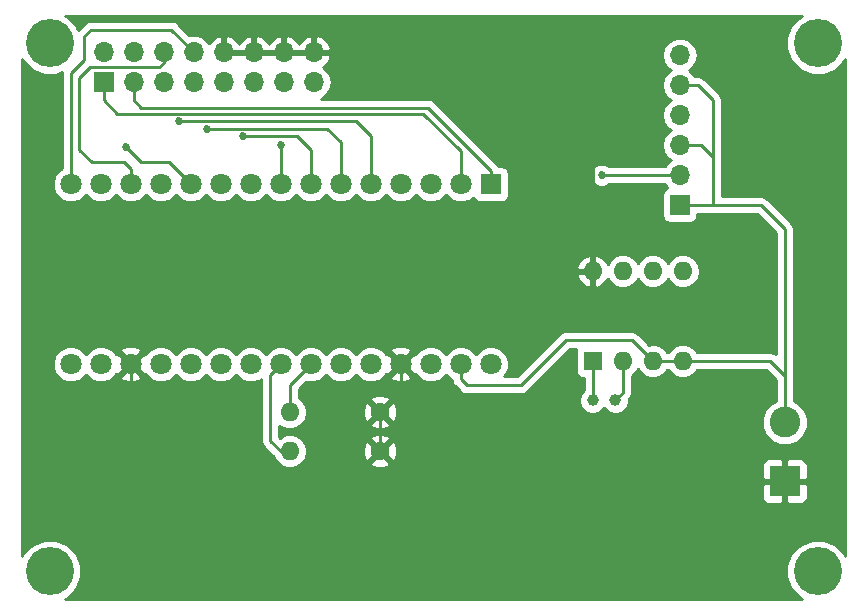
<source format=gtl>
G04 #@! TF.GenerationSoftware,KiCad,Pcbnew,5.0.2-bee76a0~70~ubuntu16.04.1*
G04 #@! TF.CreationDate,2019-05-11T19:32:04-04:00*
G04 #@! TF.ProjectId,ControllerBoard,436f6e74-726f-46c6-9c65-72426f617264,rev?*
G04 #@! TF.SameCoordinates,Original*
G04 #@! TF.FileFunction,Copper,L1,Top*
G04 #@! TF.FilePolarity,Positive*
%FSLAX46Y46*%
G04 Gerber Fmt 4.6, Leading zero omitted, Abs format (unit mm)*
G04 Created by KiCad (PCBNEW 5.0.2-bee76a0~70~ubuntu16.04.1) date Sat 11 May 2019 07:32:04 PM EDT*
%MOMM*%
%LPD*%
G01*
G04 APERTURE LIST*
G04 #@! TA.AperFunction,ComponentPad*
%ADD10R,2.600000X2.600000*%
G04 #@! TD*
G04 #@! TA.AperFunction,ComponentPad*
%ADD11C,2.600000*%
G04 #@! TD*
G04 #@! TA.AperFunction,ComponentPad*
%ADD12O,1.700000X1.700000*%
G04 #@! TD*
G04 #@! TA.AperFunction,ComponentPad*
%ADD13R,1.700000X1.700000*%
G04 #@! TD*
G04 #@! TA.AperFunction,ComponentPad*
%ADD14O,1.600000X1.600000*%
G04 #@! TD*
G04 #@! TA.AperFunction,ComponentPad*
%ADD15C,1.600000*%
G04 #@! TD*
G04 #@! TA.AperFunction,ComponentPad*
%ADD16R,1.800000X1.800000*%
G04 #@! TD*
G04 #@! TA.AperFunction,ComponentPad*
%ADD17C,1.800000*%
G04 #@! TD*
G04 #@! TA.AperFunction,ComponentPad*
%ADD18R,1.600000X1.600000*%
G04 #@! TD*
G04 #@! TA.AperFunction,ComponentPad*
%ADD19C,1.000000*%
G04 #@! TD*
G04 #@! TA.AperFunction,ComponentPad*
%ADD20C,4.064000*%
G04 #@! TD*
G04 #@! TA.AperFunction,ViaPad*
%ADD21C,0.685800*%
G04 #@! TD*
G04 #@! TA.AperFunction,Conductor*
%ADD22C,0.254000*%
G04 #@! TD*
G04 APERTURE END LIST*
D10*
G04 #@! TO.P,J1,1*
G04 #@! TO.N,VCC*
X116078000Y-90932000D03*
D11*
G04 #@! TO.P,J1,2*
G04 #@! TO.N,GND*
X116078000Y-85932000D03*
G04 #@! TD*
D12*
G04 #@! TO.P,J2,6*
G04 #@! TO.N,/SW1*
X107188000Y-54864000D03*
G04 #@! TO.P,J2,5*
G04 #@! TO.N,GND*
X107188000Y-57404000D03*
G04 #@! TO.P,J2,4*
G04 #@! TO.N,/SW2*
X107188000Y-59944000D03*
G04 #@! TO.P,J2,3*
G04 #@! TO.N,GND*
X107188000Y-62484000D03*
G04 #@! TO.P,J2,2*
G04 #@! TO.N,/SW3*
X107188000Y-65024000D03*
D13*
G04 #@! TO.P,J2,1*
G04 #@! TO.N,GND*
X107188000Y-67564000D03*
G04 #@! TD*
D12*
G04 #@! TO.P,J3,16*
G04 #@! TO.N,VCC*
X76200000Y-54610000D03*
G04 #@! TO.P,J3,15*
G04 #@! TO.N,/D7*
X76200000Y-57150000D03*
G04 #@! TO.P,J3,14*
G04 #@! TO.N,VCC*
X73660000Y-54610000D03*
G04 #@! TO.P,J3,13*
G04 #@! TO.N,/D6*
X73660000Y-57150000D03*
G04 #@! TO.P,J3,12*
G04 #@! TO.N,VCC*
X71120000Y-54610000D03*
G04 #@! TO.P,J3,11*
G04 #@! TO.N,/D5*
X71120000Y-57150000D03*
G04 #@! TO.P,J3,10*
G04 #@! TO.N,VCC*
X68580000Y-54610000D03*
G04 #@! TO.P,J3,9*
G04 #@! TO.N,/D4*
X68580000Y-57150000D03*
G04 #@! TO.P,J3,8*
G04 #@! TO.N,/AN3*
X66040000Y-54610000D03*
G04 #@! TO.P,J3,7*
G04 #@! TO.N,/D3*
X66040000Y-57150000D03*
G04 #@! TO.P,J3,6*
G04 #@! TO.N,/AN2*
X63500000Y-54610000D03*
G04 #@! TO.P,J3,5*
G04 #@! TO.N,/D2*
X63500000Y-57150000D03*
G04 #@! TO.P,J3,4*
G04 #@! TO.N,/AN1*
X60960000Y-54610000D03*
G04 #@! TO.P,J3,3*
G04 #@! TO.N,/D1*
X60960000Y-57150000D03*
G04 #@! TO.P,J3,2*
G04 #@! TO.N,/AN0*
X58420000Y-54610000D03*
D13*
G04 #@! TO.P,J3,1*
G04 #@! TO.N,/D0*
X58420000Y-57150000D03*
G04 #@! TD*
D14*
G04 #@! TO.P,R1,2*
G04 #@! TO.N,/SCL*
X74168000Y-85090000D03*
D15*
G04 #@! TO.P,R1,1*
G04 #@! TO.N,VCC*
X81788000Y-85090000D03*
G04 #@! TD*
G04 #@! TO.P,R2,1*
G04 #@! TO.N,VCC*
X81788000Y-88392000D03*
D14*
G04 #@! TO.P,R2,2*
G04 #@! TO.N,/SDA*
X74168000Y-88392000D03*
G04 #@! TD*
D16*
G04 #@! TO.P,TB1,1*
G04 #@! TO.N,/D1*
X91186000Y-65786000D03*
D17*
G04 #@! TO.P,TB1,2*
G04 #@! TO.N,/D0*
X88646000Y-65786000D03*
G04 #@! TO.P,TB1,3*
G04 #@! TO.N,Net-(TB1-Pad28)*
X86106000Y-65786000D03*
G04 #@! TO.P,TB1,4*
G04 #@! TO.N,GND*
X83566000Y-65786000D03*
G04 #@! TO.P,TB1,5*
G04 #@! TO.N,/D2*
X81026000Y-65786000D03*
G04 #@! TO.P,TB1,6*
G04 #@! TO.N,/D3*
X78486000Y-65786000D03*
G04 #@! TO.P,TB1,7*
G04 #@! TO.N,/D4*
X75946000Y-65786000D03*
G04 #@! TO.P,TB1,8*
G04 #@! TO.N,/D5*
X73406000Y-65786000D03*
G04 #@! TO.P,TB1,9*
G04 #@! TO.N,/D6*
X70866000Y-65786000D03*
G04 #@! TO.P,TB1,10*
G04 #@! TO.N,/D7*
X68326000Y-65786000D03*
G04 #@! TO.P,TB1,11*
G04 #@! TO.N,/AN0*
X65786000Y-65786000D03*
G04 #@! TO.P,TB1,12*
G04 #@! TO.N,/AN1*
X63246000Y-65786000D03*
G04 #@! TO.P,TB1,13*
G04 #@! TO.N,/AN2*
X60706000Y-65786000D03*
G04 #@! TO.P,TB1,14*
G04 #@! TO.N,/SW1*
X58166000Y-65786000D03*
G04 #@! TO.P,TB1,15*
G04 #@! TO.N,/AN3*
X55626000Y-65786000D03*
G04 #@! TO.P,TB1,16*
G04 #@! TO.N,Net-(TB1-Pad16)*
X55626000Y-81026000D03*
G04 #@! TO.P,TB1,17*
G04 #@! TO.N,Net-(TB1-Pad17)*
X58166000Y-81026000D03*
G04 #@! TO.P,TB1,18*
G04 #@! TO.N,VCC*
X60706000Y-81026000D03*
G04 #@! TO.P,TB1,19*
G04 #@! TO.N,/SW3*
X63246000Y-81026000D03*
G04 #@! TO.P,TB1,20*
G04 #@! TO.N,/SW2*
X65786000Y-81026000D03*
G04 #@! TO.P,TB1,21*
G04 #@! TO.N,Net-(TB1-Pad21)*
X68326000Y-81026000D03*
G04 #@! TO.P,TB1,22*
G04 #@! TO.N,Net-(TB1-Pad22)*
X70866000Y-81026000D03*
G04 #@! TO.P,TB1,23*
G04 #@! TO.N,/SDA*
X73406000Y-81026000D03*
G04 #@! TO.P,TB1,24*
G04 #@! TO.N,/SCL*
X75946000Y-81026000D03*
G04 #@! TO.P,TB1,25*
G04 #@! TO.N,Net-(TB1-Pad25)*
X78486000Y-81026000D03*
G04 #@! TO.P,TB1,26*
G04 #@! TO.N,Net-(TB1-Pad26)*
X81026000Y-81026000D03*
G04 #@! TO.P,TB1,27*
G04 #@! TO.N,VCC*
X83566000Y-81026000D03*
G04 #@! TO.P,TB1,28*
G04 #@! TO.N,Net-(TB1-Pad28)*
X86106000Y-81026000D03*
G04 #@! TO.P,TB1,29*
G04 #@! TO.N,GND*
X88646000Y-81026000D03*
G04 #@! TO.P,TB1,30*
G04 #@! TO.N,Net-(TB1-Pad30)*
X91186000Y-81026000D03*
G04 #@! TD*
D14*
G04 #@! TO.P,U1,8*
G04 #@! TO.N,VCC*
X99822000Y-73152000D03*
G04 #@! TO.P,U1,4*
G04 #@! TO.N,GND*
X107442000Y-80772000D03*
G04 #@! TO.P,U1,7*
G04 #@! TO.N,Net-(U1-Pad7)*
X102362000Y-73152000D03*
G04 #@! TO.P,U1,3*
G04 #@! TO.N,GND*
X104902000Y-80772000D03*
G04 #@! TO.P,U1,6*
G04 #@! TO.N,/SCL*
X104902000Y-73152000D03*
G04 #@! TO.P,U1,2*
G04 #@! TO.N,Net-(U1-Pad2)*
X102362000Y-80772000D03*
G04 #@! TO.P,U1,5*
G04 #@! TO.N,/SDA*
X107442000Y-73152000D03*
D18*
G04 #@! TO.P,U1,1*
G04 #@! TO.N,Net-(U1-Pad1)*
X99822000Y-80772000D03*
G04 #@! TD*
D19*
G04 #@! TO.P,Y1,2*
G04 #@! TO.N,Net-(U1-Pad2)*
X101722000Y-84074000D03*
G04 #@! TO.P,Y1,1*
G04 #@! TO.N,Net-(U1-Pad1)*
X99822000Y-84074000D03*
G04 #@! TD*
D20*
G04 #@! TO.P,REF\002A\002A,1*
G04 #@! TO.N,N/C*
X53848000Y-53848000D03*
G04 #@! TD*
G04 #@! TO.P,REF\002A\002A,1*
G04 #@! TO.N,N/C*
X118872000Y-53848000D03*
G04 #@! TD*
G04 #@! TO.P,REF\002A\002A,1*
G04 #@! TO.N,N/C*
X53848000Y-98552000D03*
G04 #@! TD*
G04 #@! TO.P,REF\002A\002A,1*
G04 #@! TO.N,N/C*
X118872000Y-98552000D03*
G04 #@! TD*
D21*
G04 #@! TO.N,/SW3*
X100584000Y-65024000D03*
G04 #@! TO.N,/D5*
X73406000Y-62484000D03*
G04 #@! TO.N,/D4*
X70231000Y-61709300D03*
G04 #@! TO.N,/D3*
X67183000Y-61087000D03*
G04 #@! TO.N,/D2*
X64770000Y-60439300D03*
G04 #@! TO.N,/AN0*
X60261500Y-62611000D03*
G04 #@! TD*
D22*
G04 #@! TO.N,VCC*
X116078000Y-92486000D02*
X112044000Y-96520000D01*
X116078000Y-90932000D02*
X116078000Y-92486000D01*
X89916000Y-96520000D02*
X81788000Y-88392000D01*
X112044000Y-96520000D02*
X89916000Y-96520000D01*
X81788000Y-88392000D02*
X81788000Y-85090000D01*
X83566000Y-83312000D02*
X83566000Y-81026000D01*
X81788000Y-85090000D02*
X83566000Y-83312000D01*
X91440000Y-73152000D02*
X99822000Y-73152000D01*
X83566000Y-81026000D02*
X91440000Y-73152000D01*
X98298000Y-54610000D02*
X76200000Y-54610000D01*
X99822000Y-56134000D02*
X98298000Y-54610000D01*
X99822000Y-73152000D02*
X99822000Y-56134000D01*
X74997919Y-54610000D02*
X73660000Y-54610000D01*
X76200000Y-54610000D02*
X74997919Y-54610000D01*
X72457919Y-54610000D02*
X71120000Y-54610000D01*
X73660000Y-54610000D02*
X72457919Y-54610000D01*
X69917919Y-54610000D02*
X68580000Y-54610000D01*
X71120000Y-54610000D02*
X69917919Y-54610000D01*
X60706000Y-83820000D02*
X60706000Y-81026000D01*
X67564000Y-90678000D02*
X60706000Y-83820000D01*
X79502000Y-90678000D02*
X67564000Y-90678000D01*
X81788000Y-88392000D02*
X79502000Y-90678000D01*
G04 #@! TO.N,GND*
X116078000Y-82042000D02*
X114808000Y-80772000D01*
X114808000Y-80772000D02*
X107442000Y-80772000D01*
X116078000Y-85932000D02*
X116078000Y-82042000D01*
X106310630Y-80772000D02*
X104902000Y-80772000D01*
X107442000Y-80772000D02*
X106310630Y-80772000D01*
X88646000Y-82298792D02*
X88646000Y-81026000D01*
X89151208Y-82804000D02*
X88646000Y-82298792D01*
X104902000Y-80772000D02*
X103124000Y-78994000D01*
X103124000Y-78994000D02*
X97536000Y-78994000D01*
X97536000Y-78994000D02*
X93726000Y-82804000D01*
X93726000Y-82804000D02*
X89151208Y-82804000D01*
X116078000Y-69596000D02*
X114046000Y-67564000D01*
X116078000Y-82042000D02*
X116078000Y-69596000D01*
X114046000Y-67564000D02*
X109982000Y-67564000D01*
X109982000Y-67564000D02*
X107188000Y-67564000D01*
X108712000Y-57404000D02*
X107188000Y-57404000D01*
X109982000Y-58674000D02*
X108712000Y-57404000D01*
X108966000Y-62484000D02*
X109982000Y-63500000D01*
X107188000Y-62484000D02*
X108966000Y-62484000D01*
X109982000Y-63500000D02*
X109982000Y-58674000D01*
X109982000Y-67564000D02*
X109982000Y-63500000D01*
G04 #@! TO.N,/SW3*
X100584000Y-65024000D02*
X107188000Y-65024000D01*
G04 #@! TO.N,/D5*
X73406000Y-65786000D02*
X73406000Y-62484000D01*
G04 #@! TO.N,/D4*
X75946000Y-65786000D02*
X75946000Y-64513208D01*
X75946000Y-64513208D02*
X75946000Y-62865000D01*
X74790300Y-61709300D02*
X70231000Y-61709300D01*
X75946000Y-62865000D02*
X74790300Y-61709300D01*
G04 #@! TO.N,/AN3*
X64135000Y-52705000D02*
X66040000Y-54610000D01*
X57340500Y-52705000D02*
X64135000Y-52705000D01*
X56769000Y-55245000D02*
X56769000Y-53276500D01*
X55626000Y-56388000D02*
X56769000Y-55245000D01*
X55626000Y-65786000D02*
X55626000Y-56388000D01*
X56769000Y-53276500D02*
X57340500Y-52705000D01*
G04 #@! TO.N,/D3*
X78486000Y-65786000D02*
X78486000Y-64513208D01*
X78486000Y-64513208D02*
X78486000Y-62230000D01*
X77343000Y-61087000D02*
X67183000Y-61087000D01*
X78486000Y-62230000D02*
X77343000Y-61087000D01*
G04 #@! TO.N,/AN2*
X63119000Y-55880000D02*
X63500000Y-55499000D01*
X56324500Y-56832500D02*
X57277000Y-55880000D01*
X56324500Y-62865000D02*
X56324500Y-56832500D01*
X57277000Y-55880000D02*
X63119000Y-55880000D01*
X60706000Y-65786000D02*
X60706000Y-64513208D01*
X60706000Y-64513208D02*
X60137292Y-63944500D01*
X63500000Y-55499000D02*
X63500000Y-54610000D01*
X60137292Y-63944500D02*
X57404000Y-63944500D01*
X57404000Y-63944500D02*
X56324500Y-62865000D01*
G04 #@! TO.N,/D2*
X81026000Y-65786000D02*
X81026000Y-64513208D01*
X81026000Y-64513208D02*
X81026000Y-61722000D01*
X79743300Y-60439300D02*
X64770000Y-60439300D01*
X81026000Y-61722000D02*
X79743300Y-60439300D01*
G04 #@! TO.N,/D1*
X91186000Y-65786000D02*
X91186000Y-64632000D01*
X91186000Y-64632000D02*
X85863000Y-59309000D01*
X85863000Y-59309000D02*
X61595000Y-59309000D01*
X60960000Y-58674000D02*
X60960000Y-57150000D01*
X61595000Y-59309000D02*
X60960000Y-58674000D01*
G04 #@! TO.N,/AN0*
X65786000Y-65786000D02*
X63944500Y-63944500D01*
X61595000Y-63944500D02*
X60261500Y-62611000D01*
X63944500Y-63944500D02*
X61595000Y-63944500D01*
G04 #@! TO.N,/D0*
X58420000Y-58674000D02*
X58420000Y-57150000D01*
X88646000Y-65786000D02*
X88646000Y-62992000D01*
X59563000Y-59817000D02*
X58420000Y-58674000D01*
X88646000Y-62992000D02*
X85471000Y-59817000D01*
X85471000Y-59817000D02*
X59563000Y-59817000D01*
G04 #@! TO.N,/SCL*
X74168000Y-82804000D02*
X74168000Y-85090000D01*
X75946000Y-81026000D02*
X74168000Y-82804000D01*
G04 #@! TO.N,/SDA*
X73406000Y-88392000D02*
X74168000Y-88392000D01*
X72506001Y-87492001D02*
X73406000Y-88392000D01*
X72506001Y-81925999D02*
X72506001Y-87492001D01*
X73406000Y-81026000D02*
X72506001Y-81925999D01*
G04 #@! TO.N,Net-(U1-Pad1)*
X99822000Y-81826000D02*
X99822000Y-84074000D01*
X99822000Y-80772000D02*
X99822000Y-81826000D01*
G04 #@! TO.N,Net-(U1-Pad2)*
X102362000Y-83434000D02*
X101722000Y-84074000D01*
X102362000Y-80772000D02*
X102362000Y-83434000D01*
G04 #@! TD*
G04 #@! TO.N,VCC*
G36*
X117361266Y-51587026D02*
X116611026Y-52337266D01*
X116205000Y-53317501D01*
X116205000Y-54378499D01*
X116611026Y-55358734D01*
X117361266Y-56108974D01*
X118341501Y-56515000D01*
X119402499Y-56515000D01*
X120382734Y-56108974D01*
X121132974Y-55358734D01*
X121210000Y-55172776D01*
X121210001Y-97227226D01*
X121132974Y-97041266D01*
X120382734Y-96291026D01*
X119402499Y-95885000D01*
X118341501Y-95885000D01*
X117361266Y-96291026D01*
X116611026Y-97041266D01*
X116205000Y-98021501D01*
X116205000Y-99082499D01*
X116611026Y-100062734D01*
X117361266Y-100812974D01*
X117547224Y-100890000D01*
X55172776Y-100890000D01*
X55358734Y-100812974D01*
X56108974Y-100062734D01*
X56515000Y-99082499D01*
X56515000Y-98021501D01*
X56108974Y-97041266D01*
X55358734Y-96291026D01*
X54378499Y-95885000D01*
X53317501Y-95885000D01*
X52337266Y-96291026D01*
X51587026Y-97041266D01*
X51510000Y-97227224D01*
X51510000Y-91217750D01*
X114143000Y-91217750D01*
X114143000Y-92358309D01*
X114239673Y-92591698D01*
X114418301Y-92770327D01*
X114651690Y-92867000D01*
X115792250Y-92867000D01*
X115951000Y-92708250D01*
X115951000Y-91059000D01*
X116205000Y-91059000D01*
X116205000Y-92708250D01*
X116363750Y-92867000D01*
X117504310Y-92867000D01*
X117737699Y-92770327D01*
X117916327Y-92591698D01*
X118013000Y-92358309D01*
X118013000Y-91217750D01*
X117854250Y-91059000D01*
X116205000Y-91059000D01*
X115951000Y-91059000D01*
X114301750Y-91059000D01*
X114143000Y-91217750D01*
X51510000Y-91217750D01*
X51510000Y-80720670D01*
X54091000Y-80720670D01*
X54091000Y-81331330D01*
X54324690Y-81895507D01*
X54756493Y-82327310D01*
X55320670Y-82561000D01*
X55931330Y-82561000D01*
X56495507Y-82327310D01*
X56896000Y-81926817D01*
X57296493Y-82327310D01*
X57860670Y-82561000D01*
X58471330Y-82561000D01*
X59035507Y-82327310D01*
X59256658Y-82106159D01*
X59805446Y-82106159D01*
X59891852Y-82362643D01*
X60465336Y-82572458D01*
X61075460Y-82546839D01*
X61520148Y-82362643D01*
X61606554Y-82106159D01*
X60706000Y-81205605D01*
X59805446Y-82106159D01*
X59256658Y-82106159D01*
X59467310Y-81895507D01*
X59475438Y-81875885D01*
X59625841Y-81926554D01*
X60526395Y-81026000D01*
X60885605Y-81026000D01*
X61786159Y-81926554D01*
X61936562Y-81875885D01*
X61944690Y-81895507D01*
X62376493Y-82327310D01*
X62940670Y-82561000D01*
X63551330Y-82561000D01*
X64115507Y-82327310D01*
X64516000Y-81926817D01*
X64916493Y-82327310D01*
X65480670Y-82561000D01*
X66091330Y-82561000D01*
X66655507Y-82327310D01*
X67056000Y-81926817D01*
X67456493Y-82327310D01*
X68020670Y-82561000D01*
X68631330Y-82561000D01*
X69195507Y-82327310D01*
X69596000Y-81926817D01*
X69996493Y-82327310D01*
X70560670Y-82561000D01*
X71171330Y-82561000D01*
X71735507Y-82327310D01*
X71744001Y-82318816D01*
X71744002Y-87416953D01*
X71729074Y-87492001D01*
X71744002Y-87567049D01*
X71788214Y-87789318D01*
X71956631Y-88041372D01*
X72020252Y-88083882D01*
X72798378Y-88862009D01*
X72816260Y-88951909D01*
X73133423Y-89426577D01*
X73608091Y-89743740D01*
X74026667Y-89827000D01*
X74309333Y-89827000D01*
X74727909Y-89743740D01*
X75202577Y-89426577D01*
X75220505Y-89399745D01*
X80959861Y-89399745D01*
X81033995Y-89645864D01*
X81571223Y-89838965D01*
X82141454Y-89811778D01*
X82542005Y-89645864D01*
X82584226Y-89505691D01*
X114143000Y-89505691D01*
X114143000Y-90646250D01*
X114301750Y-90805000D01*
X115951000Y-90805000D01*
X115951000Y-89155750D01*
X116205000Y-89155750D01*
X116205000Y-90805000D01*
X117854250Y-90805000D01*
X118013000Y-90646250D01*
X118013000Y-89505691D01*
X117916327Y-89272302D01*
X117737699Y-89093673D01*
X117504310Y-88997000D01*
X116363750Y-88997000D01*
X116205000Y-89155750D01*
X115951000Y-89155750D01*
X115792250Y-88997000D01*
X114651690Y-88997000D01*
X114418301Y-89093673D01*
X114239673Y-89272302D01*
X114143000Y-89505691D01*
X82584226Y-89505691D01*
X82616139Y-89399745D01*
X81788000Y-88571605D01*
X80959861Y-89399745D01*
X75220505Y-89399745D01*
X75519740Y-88951909D01*
X75631113Y-88392000D01*
X75587994Y-88175223D01*
X80341035Y-88175223D01*
X80368222Y-88745454D01*
X80534136Y-89146005D01*
X80780255Y-89220139D01*
X81608395Y-88392000D01*
X81967605Y-88392000D01*
X82795745Y-89220139D01*
X83041864Y-89146005D01*
X83234965Y-88608777D01*
X83207778Y-88038546D01*
X83041864Y-87637995D01*
X82795745Y-87563861D01*
X81967605Y-88392000D01*
X81608395Y-88392000D01*
X80780255Y-87563861D01*
X80534136Y-87637995D01*
X80341035Y-88175223D01*
X75587994Y-88175223D01*
X75519740Y-87832091D01*
X75220506Y-87384255D01*
X80959861Y-87384255D01*
X81788000Y-88212395D01*
X82616139Y-87384255D01*
X82542005Y-87138136D01*
X82004777Y-86945035D01*
X81434546Y-86972222D01*
X81033995Y-87138136D01*
X80959861Y-87384255D01*
X75220506Y-87384255D01*
X75202577Y-87357423D01*
X74727909Y-87040260D01*
X74309333Y-86957000D01*
X74026667Y-86957000D01*
X73608091Y-87040260D01*
X73322630Y-87230999D01*
X73268001Y-87176371D01*
X73268001Y-86214499D01*
X73608091Y-86441740D01*
X74026667Y-86525000D01*
X74309333Y-86525000D01*
X74727909Y-86441740D01*
X75202577Y-86124577D01*
X75220505Y-86097745D01*
X80959861Y-86097745D01*
X81033995Y-86343864D01*
X81571223Y-86536965D01*
X82141454Y-86509778D01*
X82542005Y-86343864D01*
X82616139Y-86097745D01*
X81788000Y-85269605D01*
X80959861Y-86097745D01*
X75220505Y-86097745D01*
X75519740Y-85649909D01*
X75631113Y-85090000D01*
X75587994Y-84873223D01*
X80341035Y-84873223D01*
X80368222Y-85443454D01*
X80534136Y-85844005D01*
X80780255Y-85918139D01*
X81608395Y-85090000D01*
X81967605Y-85090000D01*
X82795745Y-85918139D01*
X83041864Y-85844005D01*
X83234965Y-85306777D01*
X83207778Y-84736546D01*
X83041864Y-84335995D01*
X82795745Y-84261861D01*
X81967605Y-85090000D01*
X81608395Y-85090000D01*
X80780255Y-84261861D01*
X80534136Y-84335995D01*
X80341035Y-84873223D01*
X75587994Y-84873223D01*
X75519740Y-84530091D01*
X75220506Y-84082255D01*
X80959861Y-84082255D01*
X81788000Y-84910395D01*
X82616139Y-84082255D01*
X82542005Y-83836136D01*
X82004777Y-83643035D01*
X81434546Y-83670222D01*
X81033995Y-83836136D01*
X80959861Y-84082255D01*
X75220506Y-84082255D01*
X75202577Y-84055423D01*
X74930000Y-83873293D01*
X74930000Y-83119630D01*
X75533162Y-82516469D01*
X75640670Y-82561000D01*
X76251330Y-82561000D01*
X76815507Y-82327310D01*
X77216000Y-81926817D01*
X77616493Y-82327310D01*
X78180670Y-82561000D01*
X78791330Y-82561000D01*
X79355507Y-82327310D01*
X79756000Y-81926817D01*
X80156493Y-82327310D01*
X80720670Y-82561000D01*
X81331330Y-82561000D01*
X81895507Y-82327310D01*
X82116658Y-82106159D01*
X82665446Y-82106159D01*
X82751852Y-82362643D01*
X83325336Y-82572458D01*
X83935460Y-82546839D01*
X84380148Y-82362643D01*
X84466554Y-82106159D01*
X83566000Y-81205605D01*
X82665446Y-82106159D01*
X82116658Y-82106159D01*
X82327310Y-81895507D01*
X82335438Y-81875885D01*
X82485841Y-81926554D01*
X83386395Y-81026000D01*
X83745605Y-81026000D01*
X84646159Y-81926554D01*
X84796562Y-81875885D01*
X84804690Y-81895507D01*
X85236493Y-82327310D01*
X85800670Y-82561000D01*
X86411330Y-82561000D01*
X86975507Y-82327310D01*
X87376000Y-81926817D01*
X87776493Y-82327310D01*
X87883568Y-82371662D01*
X87884000Y-82373835D01*
X87884000Y-82373839D01*
X87928212Y-82596108D01*
X88096629Y-82848163D01*
X88160253Y-82890675D01*
X88559326Y-83289749D01*
X88601837Y-83353371D01*
X88853891Y-83521788D01*
X89076160Y-83566000D01*
X89076164Y-83566000D01*
X89151207Y-83580927D01*
X89226250Y-83566000D01*
X93650957Y-83566000D01*
X93726000Y-83580927D01*
X93801043Y-83566000D01*
X93801048Y-83566000D01*
X94023317Y-83521788D01*
X94275371Y-83353371D01*
X94317883Y-83289747D01*
X97851631Y-79756000D01*
X98417525Y-79756000D01*
X98374560Y-79972000D01*
X98374560Y-81572000D01*
X98423843Y-81819765D01*
X98564191Y-82029809D01*
X98774235Y-82170157D01*
X99022000Y-82219440D01*
X99060000Y-82219440D01*
X99060001Y-83230866D01*
X98859793Y-83431074D01*
X98687000Y-83848234D01*
X98687000Y-84299766D01*
X98859793Y-84716926D01*
X99179074Y-85036207D01*
X99596234Y-85209000D01*
X100047766Y-85209000D01*
X100464926Y-85036207D01*
X100772000Y-84729133D01*
X101079074Y-85036207D01*
X101496234Y-85209000D01*
X101947766Y-85209000D01*
X102364926Y-85036207D01*
X102684207Y-84716926D01*
X102857000Y-84299766D01*
X102857000Y-84019701D01*
X102911371Y-83983371D01*
X103079788Y-83731317D01*
X103124000Y-83509048D01*
X103124000Y-83509047D01*
X103138928Y-83434000D01*
X103124000Y-83358953D01*
X103124000Y-81988707D01*
X103396577Y-81806577D01*
X103632000Y-81454242D01*
X103867423Y-81806577D01*
X104342091Y-82123740D01*
X104760667Y-82207000D01*
X105043333Y-82207000D01*
X105461909Y-82123740D01*
X105936577Y-81806577D01*
X106118707Y-81534000D01*
X106225293Y-81534000D01*
X106407423Y-81806577D01*
X106882091Y-82123740D01*
X107300667Y-82207000D01*
X107583333Y-82207000D01*
X108001909Y-82123740D01*
X108476577Y-81806577D01*
X108658707Y-81534000D01*
X114492370Y-81534000D01*
X115316001Y-82357632D01*
X115316000Y-84153201D01*
X114981910Y-84291586D01*
X114437586Y-84835910D01*
X114143000Y-85547105D01*
X114143000Y-86316895D01*
X114437586Y-87028090D01*
X114981910Y-87572414D01*
X115693105Y-87867000D01*
X116462895Y-87867000D01*
X117174090Y-87572414D01*
X117718414Y-87028090D01*
X118013000Y-86316895D01*
X118013000Y-85547105D01*
X117718414Y-84835910D01*
X117174090Y-84291586D01*
X116840000Y-84153202D01*
X116840000Y-82117042D01*
X116854927Y-82041999D01*
X116840000Y-81966956D01*
X116840000Y-69671043D01*
X116854927Y-69596000D01*
X116840000Y-69520957D01*
X116840000Y-69520952D01*
X116795788Y-69298683D01*
X116627371Y-69046629D01*
X116563749Y-69004118D01*
X114637883Y-67078253D01*
X114595371Y-67014629D01*
X114343317Y-66846212D01*
X114121048Y-66802000D01*
X114121043Y-66802000D01*
X114046000Y-66787073D01*
X113970957Y-66802000D01*
X110744000Y-66802000D01*
X110744000Y-63575043D01*
X110758927Y-63500000D01*
X110744000Y-63424957D01*
X110744000Y-58749042D01*
X110758927Y-58673999D01*
X110744000Y-58598956D01*
X110744000Y-58598952D01*
X110699788Y-58376683D01*
X110595514Y-58220625D01*
X110573882Y-58188251D01*
X110531371Y-58124629D01*
X110467749Y-58082118D01*
X109303883Y-56918253D01*
X109261371Y-56854629D01*
X109009317Y-56686212D01*
X108787048Y-56642000D01*
X108787043Y-56642000D01*
X108712000Y-56627073D01*
X108636957Y-56642000D01*
X108464842Y-56642000D01*
X108258625Y-56333375D01*
X107960239Y-56134000D01*
X108258625Y-55934625D01*
X108586839Y-55443418D01*
X108702092Y-54864000D01*
X108586839Y-54284582D01*
X108258625Y-53793375D01*
X107767418Y-53465161D01*
X107334256Y-53379000D01*
X107041744Y-53379000D01*
X106608582Y-53465161D01*
X106117375Y-53793375D01*
X105789161Y-54284582D01*
X105673908Y-54864000D01*
X105789161Y-55443418D01*
X106117375Y-55934625D01*
X106415761Y-56134000D01*
X106117375Y-56333375D01*
X105789161Y-56824582D01*
X105673908Y-57404000D01*
X105789161Y-57983418D01*
X106117375Y-58474625D01*
X106415761Y-58674000D01*
X106117375Y-58873375D01*
X105789161Y-59364582D01*
X105673908Y-59944000D01*
X105789161Y-60523418D01*
X106117375Y-61014625D01*
X106415761Y-61214000D01*
X106117375Y-61413375D01*
X105789161Y-61904582D01*
X105673908Y-62484000D01*
X105789161Y-63063418D01*
X106117375Y-63554625D01*
X106415761Y-63754000D01*
X106117375Y-63953375D01*
X105911158Y-64262000D01*
X101204959Y-64262000D01*
X101137936Y-64194977D01*
X100778516Y-64046100D01*
X100389484Y-64046100D01*
X100030064Y-64194977D01*
X99754977Y-64470064D01*
X99606100Y-64829484D01*
X99606100Y-65218516D01*
X99754977Y-65577936D01*
X100030064Y-65853023D01*
X100389484Y-66001900D01*
X100778516Y-66001900D01*
X101137936Y-65853023D01*
X101204959Y-65786000D01*
X105911158Y-65786000D01*
X106117375Y-66094625D01*
X106135619Y-66106816D01*
X106090235Y-66115843D01*
X105880191Y-66256191D01*
X105739843Y-66466235D01*
X105690560Y-66714000D01*
X105690560Y-68414000D01*
X105739843Y-68661765D01*
X105880191Y-68871809D01*
X106090235Y-69012157D01*
X106338000Y-69061440D01*
X108038000Y-69061440D01*
X108285765Y-69012157D01*
X108495809Y-68871809D01*
X108636157Y-68661765D01*
X108685440Y-68414000D01*
X108685440Y-68326000D01*
X109906952Y-68326000D01*
X109982000Y-68340928D01*
X110057048Y-68326000D01*
X113730370Y-68326000D01*
X115316001Y-69911632D01*
X115316000Y-80194986D01*
X115105317Y-80054212D01*
X114883048Y-80010000D01*
X114883043Y-80010000D01*
X114808000Y-79995073D01*
X114732957Y-80010000D01*
X108658707Y-80010000D01*
X108476577Y-79737423D01*
X108001909Y-79420260D01*
X107583333Y-79337000D01*
X107300667Y-79337000D01*
X106882091Y-79420260D01*
X106407423Y-79737423D01*
X106225293Y-80010000D01*
X106118707Y-80010000D01*
X105936577Y-79737423D01*
X105461909Y-79420260D01*
X105043333Y-79337000D01*
X104760667Y-79337000D01*
X104580473Y-79372843D01*
X103715883Y-78508253D01*
X103673371Y-78444629D01*
X103421317Y-78276212D01*
X103199048Y-78232000D01*
X103199043Y-78232000D01*
X103124000Y-78217073D01*
X103048957Y-78232000D01*
X97611047Y-78232000D01*
X97536000Y-78217072D01*
X97460953Y-78232000D01*
X97460952Y-78232000D01*
X97238683Y-78276212D01*
X96986629Y-78444629D01*
X96944118Y-78508251D01*
X93410370Y-82042000D01*
X92340817Y-82042000D01*
X92487310Y-81895507D01*
X92721000Y-81331330D01*
X92721000Y-80720670D01*
X92487310Y-80156493D01*
X92055507Y-79724690D01*
X91491330Y-79491000D01*
X90880670Y-79491000D01*
X90316493Y-79724690D01*
X89916000Y-80125183D01*
X89515507Y-79724690D01*
X88951330Y-79491000D01*
X88340670Y-79491000D01*
X87776493Y-79724690D01*
X87376000Y-80125183D01*
X86975507Y-79724690D01*
X86411330Y-79491000D01*
X85800670Y-79491000D01*
X85236493Y-79724690D01*
X84804690Y-80156493D01*
X84796562Y-80176115D01*
X84646159Y-80125446D01*
X83745605Y-81026000D01*
X83386395Y-81026000D01*
X82485841Y-80125446D01*
X82335438Y-80176115D01*
X82327310Y-80156493D01*
X82116658Y-79945841D01*
X82665446Y-79945841D01*
X83566000Y-80846395D01*
X84466554Y-79945841D01*
X84380148Y-79689357D01*
X83806664Y-79479542D01*
X83196540Y-79505161D01*
X82751852Y-79689357D01*
X82665446Y-79945841D01*
X82116658Y-79945841D01*
X81895507Y-79724690D01*
X81331330Y-79491000D01*
X80720670Y-79491000D01*
X80156493Y-79724690D01*
X79756000Y-80125183D01*
X79355507Y-79724690D01*
X78791330Y-79491000D01*
X78180670Y-79491000D01*
X77616493Y-79724690D01*
X77216000Y-80125183D01*
X76815507Y-79724690D01*
X76251330Y-79491000D01*
X75640670Y-79491000D01*
X75076493Y-79724690D01*
X74676000Y-80125183D01*
X74275507Y-79724690D01*
X73711330Y-79491000D01*
X73100670Y-79491000D01*
X72536493Y-79724690D01*
X72136000Y-80125183D01*
X71735507Y-79724690D01*
X71171330Y-79491000D01*
X70560670Y-79491000D01*
X69996493Y-79724690D01*
X69596000Y-80125183D01*
X69195507Y-79724690D01*
X68631330Y-79491000D01*
X68020670Y-79491000D01*
X67456493Y-79724690D01*
X67056000Y-80125183D01*
X66655507Y-79724690D01*
X66091330Y-79491000D01*
X65480670Y-79491000D01*
X64916493Y-79724690D01*
X64516000Y-80125183D01*
X64115507Y-79724690D01*
X63551330Y-79491000D01*
X62940670Y-79491000D01*
X62376493Y-79724690D01*
X61944690Y-80156493D01*
X61936562Y-80176115D01*
X61786159Y-80125446D01*
X60885605Y-81026000D01*
X60526395Y-81026000D01*
X59625841Y-80125446D01*
X59475438Y-80176115D01*
X59467310Y-80156493D01*
X59256658Y-79945841D01*
X59805446Y-79945841D01*
X60706000Y-80846395D01*
X61606554Y-79945841D01*
X61520148Y-79689357D01*
X60946664Y-79479542D01*
X60336540Y-79505161D01*
X59891852Y-79689357D01*
X59805446Y-79945841D01*
X59256658Y-79945841D01*
X59035507Y-79724690D01*
X58471330Y-79491000D01*
X57860670Y-79491000D01*
X57296493Y-79724690D01*
X56896000Y-80125183D01*
X56495507Y-79724690D01*
X55931330Y-79491000D01*
X55320670Y-79491000D01*
X54756493Y-79724690D01*
X54324690Y-80156493D01*
X54091000Y-80720670D01*
X51510000Y-80720670D01*
X51510000Y-73501041D01*
X98430086Y-73501041D01*
X98669611Y-74007134D01*
X99084577Y-74383041D01*
X99472961Y-74543904D01*
X99695000Y-74421915D01*
X99695000Y-73279000D01*
X98551371Y-73279000D01*
X98430086Y-73501041D01*
X51510000Y-73501041D01*
X51510000Y-72802959D01*
X98430086Y-72802959D01*
X98551371Y-73025000D01*
X99695000Y-73025000D01*
X99695000Y-71882085D01*
X99949000Y-71882085D01*
X99949000Y-73025000D01*
X99969000Y-73025000D01*
X99969000Y-73279000D01*
X99949000Y-73279000D01*
X99949000Y-74421915D01*
X100171039Y-74543904D01*
X100559423Y-74383041D01*
X100974389Y-74007134D01*
X101071053Y-73802892D01*
X101327423Y-74186577D01*
X101802091Y-74503740D01*
X102220667Y-74587000D01*
X102503333Y-74587000D01*
X102921909Y-74503740D01*
X103396577Y-74186577D01*
X103632000Y-73834242D01*
X103867423Y-74186577D01*
X104342091Y-74503740D01*
X104760667Y-74587000D01*
X105043333Y-74587000D01*
X105461909Y-74503740D01*
X105936577Y-74186577D01*
X106172000Y-73834242D01*
X106407423Y-74186577D01*
X106882091Y-74503740D01*
X107300667Y-74587000D01*
X107583333Y-74587000D01*
X108001909Y-74503740D01*
X108476577Y-74186577D01*
X108793740Y-73711909D01*
X108905113Y-73152000D01*
X108793740Y-72592091D01*
X108476577Y-72117423D01*
X108001909Y-71800260D01*
X107583333Y-71717000D01*
X107300667Y-71717000D01*
X106882091Y-71800260D01*
X106407423Y-72117423D01*
X106172000Y-72469758D01*
X105936577Y-72117423D01*
X105461909Y-71800260D01*
X105043333Y-71717000D01*
X104760667Y-71717000D01*
X104342091Y-71800260D01*
X103867423Y-72117423D01*
X103632000Y-72469758D01*
X103396577Y-72117423D01*
X102921909Y-71800260D01*
X102503333Y-71717000D01*
X102220667Y-71717000D01*
X101802091Y-71800260D01*
X101327423Y-72117423D01*
X101071053Y-72501108D01*
X100974389Y-72296866D01*
X100559423Y-71920959D01*
X100171039Y-71760096D01*
X99949000Y-71882085D01*
X99695000Y-71882085D01*
X99472961Y-71760096D01*
X99084577Y-71920959D01*
X98669611Y-72296866D01*
X98430086Y-72802959D01*
X51510000Y-72802959D01*
X51510000Y-55172776D01*
X51587026Y-55358734D01*
X52337266Y-56108974D01*
X53317501Y-56515000D01*
X54378499Y-56515000D01*
X54863796Y-56313984D01*
X54849073Y-56388000D01*
X54864001Y-56463048D01*
X54864000Y-64440159D01*
X54756493Y-64484690D01*
X54324690Y-64916493D01*
X54091000Y-65480670D01*
X54091000Y-66091330D01*
X54324690Y-66655507D01*
X54756493Y-67087310D01*
X55320670Y-67321000D01*
X55931330Y-67321000D01*
X56495507Y-67087310D01*
X56896000Y-66686817D01*
X57296493Y-67087310D01*
X57860670Y-67321000D01*
X58471330Y-67321000D01*
X59035507Y-67087310D01*
X59436000Y-66686817D01*
X59836493Y-67087310D01*
X60400670Y-67321000D01*
X61011330Y-67321000D01*
X61575507Y-67087310D01*
X61976000Y-66686817D01*
X62376493Y-67087310D01*
X62940670Y-67321000D01*
X63551330Y-67321000D01*
X64115507Y-67087310D01*
X64516000Y-66686817D01*
X64916493Y-67087310D01*
X65480670Y-67321000D01*
X66091330Y-67321000D01*
X66655507Y-67087310D01*
X67056000Y-66686817D01*
X67456493Y-67087310D01*
X68020670Y-67321000D01*
X68631330Y-67321000D01*
X69195507Y-67087310D01*
X69596000Y-66686817D01*
X69996493Y-67087310D01*
X70560670Y-67321000D01*
X71171330Y-67321000D01*
X71735507Y-67087310D01*
X72136000Y-66686817D01*
X72536493Y-67087310D01*
X73100670Y-67321000D01*
X73711330Y-67321000D01*
X74275507Y-67087310D01*
X74676000Y-66686817D01*
X75076493Y-67087310D01*
X75640670Y-67321000D01*
X76251330Y-67321000D01*
X76815507Y-67087310D01*
X77216000Y-66686817D01*
X77616493Y-67087310D01*
X78180670Y-67321000D01*
X78791330Y-67321000D01*
X79355507Y-67087310D01*
X79756000Y-66686817D01*
X80156493Y-67087310D01*
X80720670Y-67321000D01*
X81331330Y-67321000D01*
X81895507Y-67087310D01*
X82296000Y-66686817D01*
X82696493Y-67087310D01*
X83260670Y-67321000D01*
X83871330Y-67321000D01*
X84435507Y-67087310D01*
X84836000Y-66686817D01*
X85236493Y-67087310D01*
X85800670Y-67321000D01*
X86411330Y-67321000D01*
X86975507Y-67087310D01*
X87376000Y-66686817D01*
X87776493Y-67087310D01*
X88340670Y-67321000D01*
X88951330Y-67321000D01*
X89515507Y-67087310D01*
X89684725Y-66918092D01*
X89687843Y-66933765D01*
X89828191Y-67143809D01*
X90038235Y-67284157D01*
X90286000Y-67333440D01*
X92086000Y-67333440D01*
X92333765Y-67284157D01*
X92543809Y-67143809D01*
X92684157Y-66933765D01*
X92733440Y-66686000D01*
X92733440Y-64886000D01*
X92684157Y-64638235D01*
X92543809Y-64428191D01*
X92333765Y-64287843D01*
X92086000Y-64238560D01*
X91839561Y-64238560D01*
X91819448Y-64208459D01*
X91777882Y-64146251D01*
X91735371Y-64082629D01*
X91671749Y-64040118D01*
X86454883Y-58823253D01*
X86412371Y-58759629D01*
X86160317Y-58591212D01*
X85938048Y-58547000D01*
X85938043Y-58547000D01*
X85863000Y-58532073D01*
X85787957Y-58547000D01*
X76782170Y-58547000D01*
X77270625Y-58220625D01*
X77598839Y-57729418D01*
X77714092Y-57150000D01*
X77598839Y-56570582D01*
X77270625Y-56079375D01*
X76970214Y-55878647D01*
X77395183Y-55491358D01*
X77641486Y-54966892D01*
X77520819Y-54737000D01*
X76327000Y-54737000D01*
X76327000Y-54757000D01*
X76073000Y-54757000D01*
X76073000Y-54737000D01*
X73787000Y-54737000D01*
X73787000Y-54757000D01*
X73533000Y-54757000D01*
X73533000Y-54737000D01*
X71247000Y-54737000D01*
X71247000Y-54757000D01*
X70993000Y-54757000D01*
X70993000Y-54737000D01*
X68707000Y-54737000D01*
X68707000Y-54757000D01*
X68453000Y-54757000D01*
X68453000Y-54737000D01*
X68433000Y-54737000D01*
X68433000Y-54483000D01*
X68453000Y-54483000D01*
X68453000Y-53289845D01*
X68707000Y-53289845D01*
X68707000Y-54483000D01*
X70993000Y-54483000D01*
X70993000Y-53289845D01*
X71247000Y-53289845D01*
X71247000Y-54483000D01*
X73533000Y-54483000D01*
X73533000Y-53289845D01*
X73787000Y-53289845D01*
X73787000Y-54483000D01*
X76073000Y-54483000D01*
X76073000Y-53289845D01*
X76327000Y-53289845D01*
X76327000Y-54483000D01*
X77520819Y-54483000D01*
X77641486Y-54253108D01*
X77395183Y-53728642D01*
X76966924Y-53338355D01*
X76556890Y-53168524D01*
X76327000Y-53289845D01*
X76073000Y-53289845D01*
X75843110Y-53168524D01*
X75433076Y-53338355D01*
X75004817Y-53728642D01*
X74930000Y-53887954D01*
X74855183Y-53728642D01*
X74426924Y-53338355D01*
X74016890Y-53168524D01*
X73787000Y-53289845D01*
X73533000Y-53289845D01*
X73303110Y-53168524D01*
X72893076Y-53338355D01*
X72464817Y-53728642D01*
X72390000Y-53887954D01*
X72315183Y-53728642D01*
X71886924Y-53338355D01*
X71476890Y-53168524D01*
X71247000Y-53289845D01*
X70993000Y-53289845D01*
X70763110Y-53168524D01*
X70353076Y-53338355D01*
X69924817Y-53728642D01*
X69850000Y-53887954D01*
X69775183Y-53728642D01*
X69346924Y-53338355D01*
X68936890Y-53168524D01*
X68707000Y-53289845D01*
X68453000Y-53289845D01*
X68223110Y-53168524D01*
X67813076Y-53338355D01*
X67384817Y-53728642D01*
X67323843Y-53858478D01*
X67110625Y-53539375D01*
X66619418Y-53211161D01*
X66186256Y-53125000D01*
X65893744Y-53125000D01*
X65675952Y-53168321D01*
X64726883Y-52219253D01*
X64684371Y-52155629D01*
X64432317Y-51987212D01*
X64210048Y-51943000D01*
X64210043Y-51943000D01*
X64135000Y-51928073D01*
X64059957Y-51943000D01*
X57415542Y-51943000D01*
X57340499Y-51928073D01*
X57265456Y-51943000D01*
X57265452Y-51943000D01*
X57043183Y-51987212D01*
X56791129Y-52155629D01*
X56748618Y-52219251D01*
X56283251Y-52684619D01*
X56259442Y-52700528D01*
X56108974Y-52337266D01*
X55358734Y-51587026D01*
X55172776Y-51510000D01*
X117547224Y-51510000D01*
X117361266Y-51587026D01*
X117361266Y-51587026D01*
G37*
X117361266Y-51587026D02*
X116611026Y-52337266D01*
X116205000Y-53317501D01*
X116205000Y-54378499D01*
X116611026Y-55358734D01*
X117361266Y-56108974D01*
X118341501Y-56515000D01*
X119402499Y-56515000D01*
X120382734Y-56108974D01*
X121132974Y-55358734D01*
X121210000Y-55172776D01*
X121210001Y-97227226D01*
X121132974Y-97041266D01*
X120382734Y-96291026D01*
X119402499Y-95885000D01*
X118341501Y-95885000D01*
X117361266Y-96291026D01*
X116611026Y-97041266D01*
X116205000Y-98021501D01*
X116205000Y-99082499D01*
X116611026Y-100062734D01*
X117361266Y-100812974D01*
X117547224Y-100890000D01*
X55172776Y-100890000D01*
X55358734Y-100812974D01*
X56108974Y-100062734D01*
X56515000Y-99082499D01*
X56515000Y-98021501D01*
X56108974Y-97041266D01*
X55358734Y-96291026D01*
X54378499Y-95885000D01*
X53317501Y-95885000D01*
X52337266Y-96291026D01*
X51587026Y-97041266D01*
X51510000Y-97227224D01*
X51510000Y-91217750D01*
X114143000Y-91217750D01*
X114143000Y-92358309D01*
X114239673Y-92591698D01*
X114418301Y-92770327D01*
X114651690Y-92867000D01*
X115792250Y-92867000D01*
X115951000Y-92708250D01*
X115951000Y-91059000D01*
X116205000Y-91059000D01*
X116205000Y-92708250D01*
X116363750Y-92867000D01*
X117504310Y-92867000D01*
X117737699Y-92770327D01*
X117916327Y-92591698D01*
X118013000Y-92358309D01*
X118013000Y-91217750D01*
X117854250Y-91059000D01*
X116205000Y-91059000D01*
X115951000Y-91059000D01*
X114301750Y-91059000D01*
X114143000Y-91217750D01*
X51510000Y-91217750D01*
X51510000Y-80720670D01*
X54091000Y-80720670D01*
X54091000Y-81331330D01*
X54324690Y-81895507D01*
X54756493Y-82327310D01*
X55320670Y-82561000D01*
X55931330Y-82561000D01*
X56495507Y-82327310D01*
X56896000Y-81926817D01*
X57296493Y-82327310D01*
X57860670Y-82561000D01*
X58471330Y-82561000D01*
X59035507Y-82327310D01*
X59256658Y-82106159D01*
X59805446Y-82106159D01*
X59891852Y-82362643D01*
X60465336Y-82572458D01*
X61075460Y-82546839D01*
X61520148Y-82362643D01*
X61606554Y-82106159D01*
X60706000Y-81205605D01*
X59805446Y-82106159D01*
X59256658Y-82106159D01*
X59467310Y-81895507D01*
X59475438Y-81875885D01*
X59625841Y-81926554D01*
X60526395Y-81026000D01*
X60885605Y-81026000D01*
X61786159Y-81926554D01*
X61936562Y-81875885D01*
X61944690Y-81895507D01*
X62376493Y-82327310D01*
X62940670Y-82561000D01*
X63551330Y-82561000D01*
X64115507Y-82327310D01*
X64516000Y-81926817D01*
X64916493Y-82327310D01*
X65480670Y-82561000D01*
X66091330Y-82561000D01*
X66655507Y-82327310D01*
X67056000Y-81926817D01*
X67456493Y-82327310D01*
X68020670Y-82561000D01*
X68631330Y-82561000D01*
X69195507Y-82327310D01*
X69596000Y-81926817D01*
X69996493Y-82327310D01*
X70560670Y-82561000D01*
X71171330Y-82561000D01*
X71735507Y-82327310D01*
X71744001Y-82318816D01*
X71744002Y-87416953D01*
X71729074Y-87492001D01*
X71744002Y-87567049D01*
X71788214Y-87789318D01*
X71956631Y-88041372D01*
X72020252Y-88083882D01*
X72798378Y-88862009D01*
X72816260Y-88951909D01*
X73133423Y-89426577D01*
X73608091Y-89743740D01*
X74026667Y-89827000D01*
X74309333Y-89827000D01*
X74727909Y-89743740D01*
X75202577Y-89426577D01*
X75220505Y-89399745D01*
X80959861Y-89399745D01*
X81033995Y-89645864D01*
X81571223Y-89838965D01*
X82141454Y-89811778D01*
X82542005Y-89645864D01*
X82584226Y-89505691D01*
X114143000Y-89505691D01*
X114143000Y-90646250D01*
X114301750Y-90805000D01*
X115951000Y-90805000D01*
X115951000Y-89155750D01*
X116205000Y-89155750D01*
X116205000Y-90805000D01*
X117854250Y-90805000D01*
X118013000Y-90646250D01*
X118013000Y-89505691D01*
X117916327Y-89272302D01*
X117737699Y-89093673D01*
X117504310Y-88997000D01*
X116363750Y-88997000D01*
X116205000Y-89155750D01*
X115951000Y-89155750D01*
X115792250Y-88997000D01*
X114651690Y-88997000D01*
X114418301Y-89093673D01*
X114239673Y-89272302D01*
X114143000Y-89505691D01*
X82584226Y-89505691D01*
X82616139Y-89399745D01*
X81788000Y-88571605D01*
X80959861Y-89399745D01*
X75220505Y-89399745D01*
X75519740Y-88951909D01*
X75631113Y-88392000D01*
X75587994Y-88175223D01*
X80341035Y-88175223D01*
X80368222Y-88745454D01*
X80534136Y-89146005D01*
X80780255Y-89220139D01*
X81608395Y-88392000D01*
X81967605Y-88392000D01*
X82795745Y-89220139D01*
X83041864Y-89146005D01*
X83234965Y-88608777D01*
X83207778Y-88038546D01*
X83041864Y-87637995D01*
X82795745Y-87563861D01*
X81967605Y-88392000D01*
X81608395Y-88392000D01*
X80780255Y-87563861D01*
X80534136Y-87637995D01*
X80341035Y-88175223D01*
X75587994Y-88175223D01*
X75519740Y-87832091D01*
X75220506Y-87384255D01*
X80959861Y-87384255D01*
X81788000Y-88212395D01*
X82616139Y-87384255D01*
X82542005Y-87138136D01*
X82004777Y-86945035D01*
X81434546Y-86972222D01*
X81033995Y-87138136D01*
X80959861Y-87384255D01*
X75220506Y-87384255D01*
X75202577Y-87357423D01*
X74727909Y-87040260D01*
X74309333Y-86957000D01*
X74026667Y-86957000D01*
X73608091Y-87040260D01*
X73322630Y-87230999D01*
X73268001Y-87176371D01*
X73268001Y-86214499D01*
X73608091Y-86441740D01*
X74026667Y-86525000D01*
X74309333Y-86525000D01*
X74727909Y-86441740D01*
X75202577Y-86124577D01*
X75220505Y-86097745D01*
X80959861Y-86097745D01*
X81033995Y-86343864D01*
X81571223Y-86536965D01*
X82141454Y-86509778D01*
X82542005Y-86343864D01*
X82616139Y-86097745D01*
X81788000Y-85269605D01*
X80959861Y-86097745D01*
X75220505Y-86097745D01*
X75519740Y-85649909D01*
X75631113Y-85090000D01*
X75587994Y-84873223D01*
X80341035Y-84873223D01*
X80368222Y-85443454D01*
X80534136Y-85844005D01*
X80780255Y-85918139D01*
X81608395Y-85090000D01*
X81967605Y-85090000D01*
X82795745Y-85918139D01*
X83041864Y-85844005D01*
X83234965Y-85306777D01*
X83207778Y-84736546D01*
X83041864Y-84335995D01*
X82795745Y-84261861D01*
X81967605Y-85090000D01*
X81608395Y-85090000D01*
X80780255Y-84261861D01*
X80534136Y-84335995D01*
X80341035Y-84873223D01*
X75587994Y-84873223D01*
X75519740Y-84530091D01*
X75220506Y-84082255D01*
X80959861Y-84082255D01*
X81788000Y-84910395D01*
X82616139Y-84082255D01*
X82542005Y-83836136D01*
X82004777Y-83643035D01*
X81434546Y-83670222D01*
X81033995Y-83836136D01*
X80959861Y-84082255D01*
X75220506Y-84082255D01*
X75202577Y-84055423D01*
X74930000Y-83873293D01*
X74930000Y-83119630D01*
X75533162Y-82516469D01*
X75640670Y-82561000D01*
X76251330Y-82561000D01*
X76815507Y-82327310D01*
X77216000Y-81926817D01*
X77616493Y-82327310D01*
X78180670Y-82561000D01*
X78791330Y-82561000D01*
X79355507Y-82327310D01*
X79756000Y-81926817D01*
X80156493Y-82327310D01*
X80720670Y-82561000D01*
X81331330Y-82561000D01*
X81895507Y-82327310D01*
X82116658Y-82106159D01*
X82665446Y-82106159D01*
X82751852Y-82362643D01*
X83325336Y-82572458D01*
X83935460Y-82546839D01*
X84380148Y-82362643D01*
X84466554Y-82106159D01*
X83566000Y-81205605D01*
X82665446Y-82106159D01*
X82116658Y-82106159D01*
X82327310Y-81895507D01*
X82335438Y-81875885D01*
X82485841Y-81926554D01*
X83386395Y-81026000D01*
X83745605Y-81026000D01*
X84646159Y-81926554D01*
X84796562Y-81875885D01*
X84804690Y-81895507D01*
X85236493Y-82327310D01*
X85800670Y-82561000D01*
X86411330Y-82561000D01*
X86975507Y-82327310D01*
X87376000Y-81926817D01*
X87776493Y-82327310D01*
X87883568Y-82371662D01*
X87884000Y-82373835D01*
X87884000Y-82373839D01*
X87928212Y-82596108D01*
X88096629Y-82848163D01*
X88160253Y-82890675D01*
X88559326Y-83289749D01*
X88601837Y-83353371D01*
X88853891Y-83521788D01*
X89076160Y-83566000D01*
X89076164Y-83566000D01*
X89151207Y-83580927D01*
X89226250Y-83566000D01*
X93650957Y-83566000D01*
X93726000Y-83580927D01*
X93801043Y-83566000D01*
X93801048Y-83566000D01*
X94023317Y-83521788D01*
X94275371Y-83353371D01*
X94317883Y-83289747D01*
X97851631Y-79756000D01*
X98417525Y-79756000D01*
X98374560Y-79972000D01*
X98374560Y-81572000D01*
X98423843Y-81819765D01*
X98564191Y-82029809D01*
X98774235Y-82170157D01*
X99022000Y-82219440D01*
X99060000Y-82219440D01*
X99060001Y-83230866D01*
X98859793Y-83431074D01*
X98687000Y-83848234D01*
X98687000Y-84299766D01*
X98859793Y-84716926D01*
X99179074Y-85036207D01*
X99596234Y-85209000D01*
X100047766Y-85209000D01*
X100464926Y-85036207D01*
X100772000Y-84729133D01*
X101079074Y-85036207D01*
X101496234Y-85209000D01*
X101947766Y-85209000D01*
X102364926Y-85036207D01*
X102684207Y-84716926D01*
X102857000Y-84299766D01*
X102857000Y-84019701D01*
X102911371Y-83983371D01*
X103079788Y-83731317D01*
X103124000Y-83509048D01*
X103124000Y-83509047D01*
X103138928Y-83434000D01*
X103124000Y-83358953D01*
X103124000Y-81988707D01*
X103396577Y-81806577D01*
X103632000Y-81454242D01*
X103867423Y-81806577D01*
X104342091Y-82123740D01*
X104760667Y-82207000D01*
X105043333Y-82207000D01*
X105461909Y-82123740D01*
X105936577Y-81806577D01*
X106118707Y-81534000D01*
X106225293Y-81534000D01*
X106407423Y-81806577D01*
X106882091Y-82123740D01*
X107300667Y-82207000D01*
X107583333Y-82207000D01*
X108001909Y-82123740D01*
X108476577Y-81806577D01*
X108658707Y-81534000D01*
X114492370Y-81534000D01*
X115316001Y-82357632D01*
X115316000Y-84153201D01*
X114981910Y-84291586D01*
X114437586Y-84835910D01*
X114143000Y-85547105D01*
X114143000Y-86316895D01*
X114437586Y-87028090D01*
X114981910Y-87572414D01*
X115693105Y-87867000D01*
X116462895Y-87867000D01*
X117174090Y-87572414D01*
X117718414Y-87028090D01*
X118013000Y-86316895D01*
X118013000Y-85547105D01*
X117718414Y-84835910D01*
X117174090Y-84291586D01*
X116840000Y-84153202D01*
X116840000Y-82117042D01*
X116854927Y-82041999D01*
X116840000Y-81966956D01*
X116840000Y-69671043D01*
X116854927Y-69596000D01*
X116840000Y-69520957D01*
X116840000Y-69520952D01*
X116795788Y-69298683D01*
X116627371Y-69046629D01*
X116563749Y-69004118D01*
X114637883Y-67078253D01*
X114595371Y-67014629D01*
X114343317Y-66846212D01*
X114121048Y-66802000D01*
X114121043Y-66802000D01*
X114046000Y-66787073D01*
X113970957Y-66802000D01*
X110744000Y-66802000D01*
X110744000Y-63575043D01*
X110758927Y-63500000D01*
X110744000Y-63424957D01*
X110744000Y-58749042D01*
X110758927Y-58673999D01*
X110744000Y-58598956D01*
X110744000Y-58598952D01*
X110699788Y-58376683D01*
X110595514Y-58220625D01*
X110573882Y-58188251D01*
X110531371Y-58124629D01*
X110467749Y-58082118D01*
X109303883Y-56918253D01*
X109261371Y-56854629D01*
X109009317Y-56686212D01*
X108787048Y-56642000D01*
X108787043Y-56642000D01*
X108712000Y-56627073D01*
X108636957Y-56642000D01*
X108464842Y-56642000D01*
X108258625Y-56333375D01*
X107960239Y-56134000D01*
X108258625Y-55934625D01*
X108586839Y-55443418D01*
X108702092Y-54864000D01*
X108586839Y-54284582D01*
X108258625Y-53793375D01*
X107767418Y-53465161D01*
X107334256Y-53379000D01*
X107041744Y-53379000D01*
X106608582Y-53465161D01*
X106117375Y-53793375D01*
X105789161Y-54284582D01*
X105673908Y-54864000D01*
X105789161Y-55443418D01*
X106117375Y-55934625D01*
X106415761Y-56134000D01*
X106117375Y-56333375D01*
X105789161Y-56824582D01*
X105673908Y-57404000D01*
X105789161Y-57983418D01*
X106117375Y-58474625D01*
X106415761Y-58674000D01*
X106117375Y-58873375D01*
X105789161Y-59364582D01*
X105673908Y-59944000D01*
X105789161Y-60523418D01*
X106117375Y-61014625D01*
X106415761Y-61214000D01*
X106117375Y-61413375D01*
X105789161Y-61904582D01*
X105673908Y-62484000D01*
X105789161Y-63063418D01*
X106117375Y-63554625D01*
X106415761Y-63754000D01*
X106117375Y-63953375D01*
X105911158Y-64262000D01*
X101204959Y-64262000D01*
X101137936Y-64194977D01*
X100778516Y-64046100D01*
X100389484Y-64046100D01*
X100030064Y-64194977D01*
X99754977Y-64470064D01*
X99606100Y-64829484D01*
X99606100Y-65218516D01*
X99754977Y-65577936D01*
X100030064Y-65853023D01*
X100389484Y-66001900D01*
X100778516Y-66001900D01*
X101137936Y-65853023D01*
X101204959Y-65786000D01*
X105911158Y-65786000D01*
X106117375Y-66094625D01*
X106135619Y-66106816D01*
X106090235Y-66115843D01*
X105880191Y-66256191D01*
X105739843Y-66466235D01*
X105690560Y-66714000D01*
X105690560Y-68414000D01*
X105739843Y-68661765D01*
X105880191Y-68871809D01*
X106090235Y-69012157D01*
X106338000Y-69061440D01*
X108038000Y-69061440D01*
X108285765Y-69012157D01*
X108495809Y-68871809D01*
X108636157Y-68661765D01*
X108685440Y-68414000D01*
X108685440Y-68326000D01*
X109906952Y-68326000D01*
X109982000Y-68340928D01*
X110057048Y-68326000D01*
X113730370Y-68326000D01*
X115316001Y-69911632D01*
X115316000Y-80194986D01*
X115105317Y-80054212D01*
X114883048Y-80010000D01*
X114883043Y-80010000D01*
X114808000Y-79995073D01*
X114732957Y-80010000D01*
X108658707Y-80010000D01*
X108476577Y-79737423D01*
X108001909Y-79420260D01*
X107583333Y-79337000D01*
X107300667Y-79337000D01*
X106882091Y-79420260D01*
X106407423Y-79737423D01*
X106225293Y-80010000D01*
X106118707Y-80010000D01*
X105936577Y-79737423D01*
X105461909Y-79420260D01*
X105043333Y-79337000D01*
X104760667Y-79337000D01*
X104580473Y-79372843D01*
X103715883Y-78508253D01*
X103673371Y-78444629D01*
X103421317Y-78276212D01*
X103199048Y-78232000D01*
X103199043Y-78232000D01*
X103124000Y-78217073D01*
X103048957Y-78232000D01*
X97611047Y-78232000D01*
X97536000Y-78217072D01*
X97460953Y-78232000D01*
X97460952Y-78232000D01*
X97238683Y-78276212D01*
X96986629Y-78444629D01*
X96944118Y-78508251D01*
X93410370Y-82042000D01*
X92340817Y-82042000D01*
X92487310Y-81895507D01*
X92721000Y-81331330D01*
X92721000Y-80720670D01*
X92487310Y-80156493D01*
X92055507Y-79724690D01*
X91491330Y-79491000D01*
X90880670Y-79491000D01*
X90316493Y-79724690D01*
X89916000Y-80125183D01*
X89515507Y-79724690D01*
X88951330Y-79491000D01*
X88340670Y-79491000D01*
X87776493Y-79724690D01*
X87376000Y-80125183D01*
X86975507Y-79724690D01*
X86411330Y-79491000D01*
X85800670Y-79491000D01*
X85236493Y-79724690D01*
X84804690Y-80156493D01*
X84796562Y-80176115D01*
X84646159Y-80125446D01*
X83745605Y-81026000D01*
X83386395Y-81026000D01*
X82485841Y-80125446D01*
X82335438Y-80176115D01*
X82327310Y-80156493D01*
X82116658Y-79945841D01*
X82665446Y-79945841D01*
X83566000Y-80846395D01*
X84466554Y-79945841D01*
X84380148Y-79689357D01*
X83806664Y-79479542D01*
X83196540Y-79505161D01*
X82751852Y-79689357D01*
X82665446Y-79945841D01*
X82116658Y-79945841D01*
X81895507Y-79724690D01*
X81331330Y-79491000D01*
X80720670Y-79491000D01*
X80156493Y-79724690D01*
X79756000Y-80125183D01*
X79355507Y-79724690D01*
X78791330Y-79491000D01*
X78180670Y-79491000D01*
X77616493Y-79724690D01*
X77216000Y-80125183D01*
X76815507Y-79724690D01*
X76251330Y-79491000D01*
X75640670Y-79491000D01*
X75076493Y-79724690D01*
X74676000Y-80125183D01*
X74275507Y-79724690D01*
X73711330Y-79491000D01*
X73100670Y-79491000D01*
X72536493Y-79724690D01*
X72136000Y-80125183D01*
X71735507Y-79724690D01*
X71171330Y-79491000D01*
X70560670Y-79491000D01*
X69996493Y-79724690D01*
X69596000Y-80125183D01*
X69195507Y-79724690D01*
X68631330Y-79491000D01*
X68020670Y-79491000D01*
X67456493Y-79724690D01*
X67056000Y-80125183D01*
X66655507Y-79724690D01*
X66091330Y-79491000D01*
X65480670Y-79491000D01*
X64916493Y-79724690D01*
X64516000Y-80125183D01*
X64115507Y-79724690D01*
X63551330Y-79491000D01*
X62940670Y-79491000D01*
X62376493Y-79724690D01*
X61944690Y-80156493D01*
X61936562Y-80176115D01*
X61786159Y-80125446D01*
X60885605Y-81026000D01*
X60526395Y-81026000D01*
X59625841Y-80125446D01*
X59475438Y-80176115D01*
X59467310Y-80156493D01*
X59256658Y-79945841D01*
X59805446Y-79945841D01*
X60706000Y-80846395D01*
X61606554Y-79945841D01*
X61520148Y-79689357D01*
X60946664Y-79479542D01*
X60336540Y-79505161D01*
X59891852Y-79689357D01*
X59805446Y-79945841D01*
X59256658Y-79945841D01*
X59035507Y-79724690D01*
X58471330Y-79491000D01*
X57860670Y-79491000D01*
X57296493Y-79724690D01*
X56896000Y-80125183D01*
X56495507Y-79724690D01*
X55931330Y-79491000D01*
X55320670Y-79491000D01*
X54756493Y-79724690D01*
X54324690Y-80156493D01*
X54091000Y-80720670D01*
X51510000Y-80720670D01*
X51510000Y-73501041D01*
X98430086Y-73501041D01*
X98669611Y-74007134D01*
X99084577Y-74383041D01*
X99472961Y-74543904D01*
X99695000Y-74421915D01*
X99695000Y-73279000D01*
X98551371Y-73279000D01*
X98430086Y-73501041D01*
X51510000Y-73501041D01*
X51510000Y-72802959D01*
X98430086Y-72802959D01*
X98551371Y-73025000D01*
X99695000Y-73025000D01*
X99695000Y-71882085D01*
X99949000Y-71882085D01*
X99949000Y-73025000D01*
X99969000Y-73025000D01*
X99969000Y-73279000D01*
X99949000Y-73279000D01*
X99949000Y-74421915D01*
X100171039Y-74543904D01*
X100559423Y-74383041D01*
X100974389Y-74007134D01*
X101071053Y-73802892D01*
X101327423Y-74186577D01*
X101802091Y-74503740D01*
X102220667Y-74587000D01*
X102503333Y-74587000D01*
X102921909Y-74503740D01*
X103396577Y-74186577D01*
X103632000Y-73834242D01*
X103867423Y-74186577D01*
X104342091Y-74503740D01*
X104760667Y-74587000D01*
X105043333Y-74587000D01*
X105461909Y-74503740D01*
X105936577Y-74186577D01*
X106172000Y-73834242D01*
X106407423Y-74186577D01*
X106882091Y-74503740D01*
X107300667Y-74587000D01*
X107583333Y-74587000D01*
X108001909Y-74503740D01*
X108476577Y-74186577D01*
X108793740Y-73711909D01*
X108905113Y-73152000D01*
X108793740Y-72592091D01*
X108476577Y-72117423D01*
X108001909Y-71800260D01*
X107583333Y-71717000D01*
X107300667Y-71717000D01*
X106882091Y-71800260D01*
X106407423Y-72117423D01*
X106172000Y-72469758D01*
X105936577Y-72117423D01*
X105461909Y-71800260D01*
X105043333Y-71717000D01*
X104760667Y-71717000D01*
X104342091Y-71800260D01*
X103867423Y-72117423D01*
X103632000Y-72469758D01*
X103396577Y-72117423D01*
X102921909Y-71800260D01*
X102503333Y-71717000D01*
X102220667Y-71717000D01*
X101802091Y-71800260D01*
X101327423Y-72117423D01*
X101071053Y-72501108D01*
X100974389Y-72296866D01*
X100559423Y-71920959D01*
X100171039Y-71760096D01*
X99949000Y-71882085D01*
X99695000Y-71882085D01*
X99472961Y-71760096D01*
X99084577Y-71920959D01*
X98669611Y-72296866D01*
X98430086Y-72802959D01*
X51510000Y-72802959D01*
X51510000Y-55172776D01*
X51587026Y-55358734D01*
X52337266Y-56108974D01*
X53317501Y-56515000D01*
X54378499Y-56515000D01*
X54863796Y-56313984D01*
X54849073Y-56388000D01*
X54864001Y-56463048D01*
X54864000Y-64440159D01*
X54756493Y-64484690D01*
X54324690Y-64916493D01*
X54091000Y-65480670D01*
X54091000Y-66091330D01*
X54324690Y-66655507D01*
X54756493Y-67087310D01*
X55320670Y-67321000D01*
X55931330Y-67321000D01*
X56495507Y-67087310D01*
X56896000Y-66686817D01*
X57296493Y-67087310D01*
X57860670Y-67321000D01*
X58471330Y-67321000D01*
X59035507Y-67087310D01*
X59436000Y-66686817D01*
X59836493Y-67087310D01*
X60400670Y-67321000D01*
X61011330Y-67321000D01*
X61575507Y-67087310D01*
X61976000Y-66686817D01*
X62376493Y-67087310D01*
X62940670Y-67321000D01*
X63551330Y-67321000D01*
X64115507Y-67087310D01*
X64516000Y-66686817D01*
X64916493Y-67087310D01*
X65480670Y-67321000D01*
X66091330Y-67321000D01*
X66655507Y-67087310D01*
X67056000Y-66686817D01*
X67456493Y-67087310D01*
X68020670Y-67321000D01*
X68631330Y-67321000D01*
X69195507Y-67087310D01*
X69596000Y-66686817D01*
X69996493Y-67087310D01*
X70560670Y-67321000D01*
X71171330Y-67321000D01*
X71735507Y-67087310D01*
X72136000Y-66686817D01*
X72536493Y-67087310D01*
X73100670Y-67321000D01*
X73711330Y-67321000D01*
X74275507Y-67087310D01*
X74676000Y-66686817D01*
X75076493Y-67087310D01*
X75640670Y-67321000D01*
X76251330Y-67321000D01*
X76815507Y-67087310D01*
X77216000Y-66686817D01*
X77616493Y-67087310D01*
X78180670Y-67321000D01*
X78791330Y-67321000D01*
X79355507Y-67087310D01*
X79756000Y-66686817D01*
X80156493Y-67087310D01*
X80720670Y-67321000D01*
X81331330Y-67321000D01*
X81895507Y-67087310D01*
X82296000Y-66686817D01*
X82696493Y-67087310D01*
X83260670Y-67321000D01*
X83871330Y-67321000D01*
X84435507Y-67087310D01*
X84836000Y-66686817D01*
X85236493Y-67087310D01*
X85800670Y-67321000D01*
X86411330Y-67321000D01*
X86975507Y-67087310D01*
X87376000Y-66686817D01*
X87776493Y-67087310D01*
X88340670Y-67321000D01*
X88951330Y-67321000D01*
X89515507Y-67087310D01*
X89684725Y-66918092D01*
X89687843Y-66933765D01*
X89828191Y-67143809D01*
X90038235Y-67284157D01*
X90286000Y-67333440D01*
X92086000Y-67333440D01*
X92333765Y-67284157D01*
X92543809Y-67143809D01*
X92684157Y-66933765D01*
X92733440Y-66686000D01*
X92733440Y-64886000D01*
X92684157Y-64638235D01*
X92543809Y-64428191D01*
X92333765Y-64287843D01*
X92086000Y-64238560D01*
X91839561Y-64238560D01*
X91819448Y-64208459D01*
X91777882Y-64146251D01*
X91735371Y-64082629D01*
X91671749Y-64040118D01*
X86454883Y-58823253D01*
X86412371Y-58759629D01*
X86160317Y-58591212D01*
X85938048Y-58547000D01*
X85938043Y-58547000D01*
X85863000Y-58532073D01*
X85787957Y-58547000D01*
X76782170Y-58547000D01*
X77270625Y-58220625D01*
X77598839Y-57729418D01*
X77714092Y-57150000D01*
X77598839Y-56570582D01*
X77270625Y-56079375D01*
X76970214Y-55878647D01*
X77395183Y-55491358D01*
X77641486Y-54966892D01*
X77520819Y-54737000D01*
X76327000Y-54737000D01*
X76327000Y-54757000D01*
X76073000Y-54757000D01*
X76073000Y-54737000D01*
X73787000Y-54737000D01*
X73787000Y-54757000D01*
X73533000Y-54757000D01*
X73533000Y-54737000D01*
X71247000Y-54737000D01*
X71247000Y-54757000D01*
X70993000Y-54757000D01*
X70993000Y-54737000D01*
X68707000Y-54737000D01*
X68707000Y-54757000D01*
X68453000Y-54757000D01*
X68453000Y-54737000D01*
X68433000Y-54737000D01*
X68433000Y-54483000D01*
X68453000Y-54483000D01*
X68453000Y-53289845D01*
X68707000Y-53289845D01*
X68707000Y-54483000D01*
X70993000Y-54483000D01*
X70993000Y-53289845D01*
X71247000Y-53289845D01*
X71247000Y-54483000D01*
X73533000Y-54483000D01*
X73533000Y-53289845D01*
X73787000Y-53289845D01*
X73787000Y-54483000D01*
X76073000Y-54483000D01*
X76073000Y-53289845D01*
X76327000Y-53289845D01*
X76327000Y-54483000D01*
X77520819Y-54483000D01*
X77641486Y-54253108D01*
X77395183Y-53728642D01*
X76966924Y-53338355D01*
X76556890Y-53168524D01*
X76327000Y-53289845D01*
X76073000Y-53289845D01*
X75843110Y-53168524D01*
X75433076Y-53338355D01*
X75004817Y-53728642D01*
X74930000Y-53887954D01*
X74855183Y-53728642D01*
X74426924Y-53338355D01*
X74016890Y-53168524D01*
X73787000Y-53289845D01*
X73533000Y-53289845D01*
X73303110Y-53168524D01*
X72893076Y-53338355D01*
X72464817Y-53728642D01*
X72390000Y-53887954D01*
X72315183Y-53728642D01*
X71886924Y-53338355D01*
X71476890Y-53168524D01*
X71247000Y-53289845D01*
X70993000Y-53289845D01*
X70763110Y-53168524D01*
X70353076Y-53338355D01*
X69924817Y-53728642D01*
X69850000Y-53887954D01*
X69775183Y-53728642D01*
X69346924Y-53338355D01*
X68936890Y-53168524D01*
X68707000Y-53289845D01*
X68453000Y-53289845D01*
X68223110Y-53168524D01*
X67813076Y-53338355D01*
X67384817Y-53728642D01*
X67323843Y-53858478D01*
X67110625Y-53539375D01*
X66619418Y-53211161D01*
X66186256Y-53125000D01*
X65893744Y-53125000D01*
X65675952Y-53168321D01*
X64726883Y-52219253D01*
X64684371Y-52155629D01*
X64432317Y-51987212D01*
X64210048Y-51943000D01*
X64210043Y-51943000D01*
X64135000Y-51928073D01*
X64059957Y-51943000D01*
X57415542Y-51943000D01*
X57340499Y-51928073D01*
X57265456Y-51943000D01*
X57265452Y-51943000D01*
X57043183Y-51987212D01*
X56791129Y-52155629D01*
X56748618Y-52219251D01*
X56283251Y-52684619D01*
X56259442Y-52700528D01*
X56108974Y-52337266D01*
X55358734Y-51587026D01*
X55172776Y-51510000D01*
X117547224Y-51510000D01*
X117361266Y-51587026D01*
G04 #@! TD*
M02*

</source>
